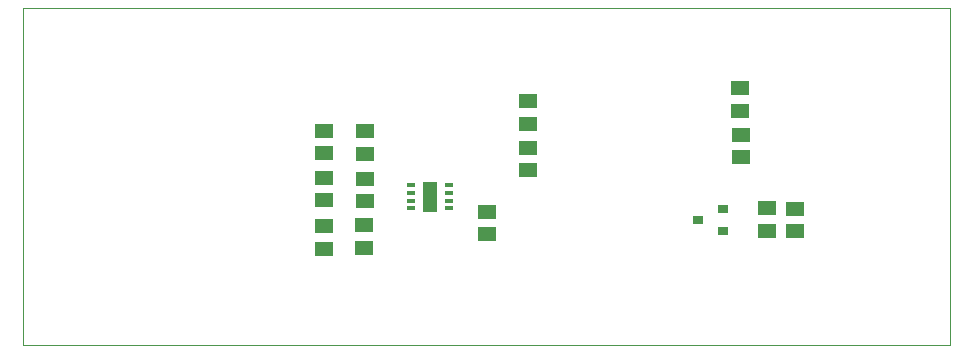
<source format=gtp>
G75*
%MOIN*%
%OFA0B0*%
%FSLAX25Y25*%
%IPPOS*%
%LPD*%
%AMOC8*
5,1,8,0,0,1.08239X$1,22.5*
%
%ADD10C,0.00000*%
%ADD11R,0.05906X0.05118*%
%ADD12R,0.03543X0.03150*%
%ADD13R,0.06299X0.05118*%
%ADD14R,0.02756X0.01575*%
%ADD15R,0.05000X0.10000*%
D10*
X0006800Y0006800D02*
X0006800Y0119005D01*
X0315855Y0119005D01*
X0315855Y0006800D01*
X0006800Y0006800D01*
D11*
X0107194Y0038769D03*
X0107194Y0046249D03*
X0107194Y0054831D03*
X0107194Y0062312D03*
X0107194Y0070501D03*
X0107194Y0077981D03*
X0120580Y0077902D03*
X0120580Y0070422D03*
X0120580Y0062154D03*
X0120580Y0054674D03*
X0120383Y0046524D03*
X0120383Y0039044D03*
X0161249Y0043493D03*
X0161249Y0050973D03*
X0174910Y0064910D03*
X0174910Y0072391D03*
X0175107Y0080383D03*
X0175107Y0087863D03*
X0245776Y0084753D03*
X0245973Y0076721D03*
X0245973Y0069241D03*
X0245776Y0092233D03*
D12*
X0239989Y0052036D03*
X0231721Y0048296D03*
X0239989Y0044556D03*
D13*
X0254831Y0044792D03*
X0254831Y0052272D03*
X0264083Y0052076D03*
X0264083Y0044595D03*
D14*
X0148611Y0052233D03*
X0148611Y0054792D03*
X0148611Y0057351D03*
X0148611Y0059910D03*
X0136209Y0059910D03*
X0136209Y0057351D03*
X0136209Y0054792D03*
X0136209Y0052233D03*
D15*
X0142509Y0055973D03*
M02*

</source>
